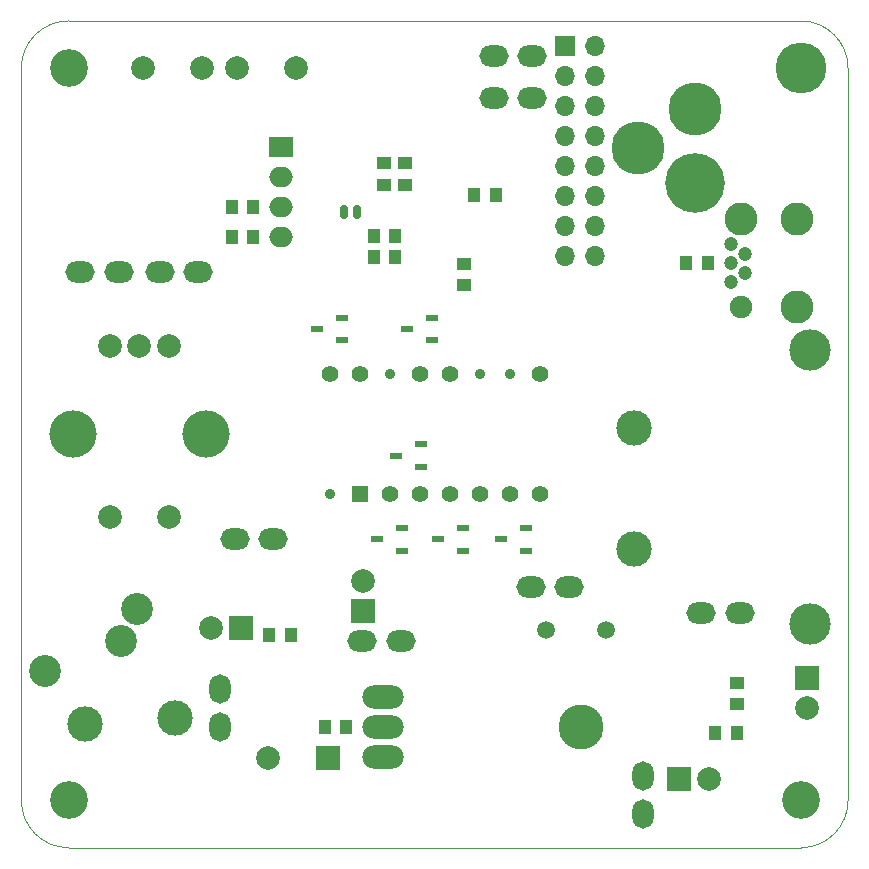
<source format=gbs>
%FSLAX46Y46*%
G04 Gerber Fmt 4.6, Leading zero omitted, Abs format (unit mm)*
G04 Created by KiCad (PCBNEW (2014-08-24 BZR 5094)-product) date Mon 25 Aug 2014 20:36:51 CEST*
%MOMM*%
G01*
G04 APERTURE LIST*
%ADD10C,0.170000*%
%ADD11C,0.100000*%
%ADD12C,2.000000*%
%ADD13C,4.300000*%
%ADD14C,3.200000*%
%ADD15O,3.500000X2.000000*%
%ADD16C,3.800000*%
%ADD17R,2.000000X2.000000*%
%ADD18C,1.501140*%
%ADD19R,2.000000X1.700000*%
%ADD20O,2.000000X1.700000*%
%ADD21C,3.000000*%
%ADD22C,3.500000*%
%ADD23C,1.195000*%
%ADD24C,1.900000*%
%ADD25C,2.800000*%
%ADD26C,5.050000*%
%ADD27C,4.500000*%
%ADD28C,2.700000*%
%ADD29C,4.000000*%
%ADD30R,1.700000X1.700000*%
%ADD31O,1.700000X1.700000*%
%ADD32C,0.900000*%
%ADD33R,1.400000X1.400000*%
%ADD34C,1.400000*%
%ADD35R,1.100000X1.300000*%
%ADD36R,1.300000X1.100000*%
%ADD37O,0.750000X1.250000*%
%ADD38R,1.000760X0.599440*%
%ADD39O,2.500000X1.800000*%
%ADD40O,1.800000X2.500000*%
G04 APERTURE END LIST*
D10*
D11*
X120000000Y-54000000D02*
G75*
G03X116000000Y-50000000I-4000000J0D01*
G74*
G01*
X116000000Y-120000000D02*
G75*
G03X120000000Y-116000000I0J4000000D01*
G74*
G01*
X50000000Y-116000000D02*
G75*
G03X54000000Y-120000000I4000000J0D01*
G74*
G01*
X54000000Y-50000000D02*
G75*
G03X50000000Y-54000000I0J-4000000D01*
G74*
G01*
X116000000Y-50000000D02*
X54000000Y-50000000D01*
X120000000Y-116000000D02*
X120000000Y-54000000D01*
X54000000Y-120000000D02*
X116000000Y-120000000D01*
X50000000Y-54000000D02*
X50000000Y-116000000D01*
D12*
X60300000Y-54000000D03*
X65300000Y-54000000D03*
D13*
X116000000Y-54000000D03*
D14*
X116000000Y-116000000D03*
X54000000Y-54000000D03*
X54000000Y-116000000D03*
D15*
X80600000Y-109800000D03*
X80600000Y-107260000D03*
X80600000Y-112340000D03*
D16*
X97364000Y-109800000D03*
D17*
X116550000Y-105655000D03*
D12*
X116550000Y-108195000D03*
D17*
X105655000Y-114225000D03*
D12*
X108195000Y-114225000D03*
D18*
X99540000Y-101600000D03*
X94460000Y-101589840D03*
D12*
X68300000Y-54000000D03*
X73300000Y-54000000D03*
D17*
X75940000Y-112400000D03*
D12*
X70860000Y-112400000D03*
D19*
X72000000Y-60690000D03*
D20*
X72000000Y-63230000D03*
X72000000Y-65770000D03*
X72000000Y-68310000D03*
D21*
X101900000Y-94750000D03*
X101900000Y-84500000D03*
D22*
X116750000Y-101100000D03*
X116750000Y-77900000D03*
D23*
X110055000Y-72100000D03*
X111255000Y-71300000D03*
X110055000Y-70500000D03*
X111255000Y-69700000D03*
X110055000Y-68900000D03*
D24*
X110955000Y-74200000D03*
D25*
X110955000Y-66800000D03*
X115705000Y-74200000D03*
X115705000Y-66800000D03*
D26*
X107000000Y-63740000D03*
D27*
X107000000Y-57490000D03*
X102200000Y-60740000D03*
D28*
X52000000Y-105000000D03*
X59800000Y-99800000D03*
X58400000Y-102500000D03*
D21*
X63000000Y-109000000D03*
X55400000Y-109500000D03*
D12*
X62500000Y-92000000D03*
X57500000Y-92000000D03*
X57500000Y-77500000D03*
X60000000Y-77500000D03*
X62500000Y-77500000D03*
D29*
X54400000Y-85000000D03*
X65600000Y-85000000D03*
D30*
X96030000Y-52110000D03*
D31*
X98570000Y-52110000D03*
X96030000Y-54650000D03*
X98570000Y-54650000D03*
X96030000Y-57190000D03*
X98570000Y-57190000D03*
X96030000Y-59730000D03*
X98570000Y-59730000D03*
X96030000Y-62270000D03*
X98570000Y-62270000D03*
X96030000Y-64810000D03*
X98570000Y-64810000D03*
X96030000Y-67350000D03*
X98570000Y-67350000D03*
X96030000Y-69890000D03*
X98570000Y-69890000D03*
D32*
X76110000Y-90080000D03*
D33*
X78650000Y-90080000D03*
D34*
X81190000Y-90080000D03*
X83730000Y-90080000D03*
X86270000Y-90080000D03*
X88810000Y-90080000D03*
X91350000Y-90080000D03*
X93890000Y-90080000D03*
X93890000Y-79920000D03*
D32*
X91350000Y-79920000D03*
X88810000Y-79920000D03*
D34*
X86270000Y-79920000D03*
X83730000Y-79920000D03*
D32*
X81190000Y-79920000D03*
D34*
X78650000Y-79920000D03*
X76110000Y-79920000D03*
D35*
X81650000Y-69950000D03*
X79850000Y-69950000D03*
X81650000Y-68200000D03*
X79850000Y-68200000D03*
X88350000Y-64700000D03*
X90150000Y-64700000D03*
X75700000Y-109800000D03*
X77500000Y-109800000D03*
D36*
X87500000Y-70600000D03*
X87500000Y-72400000D03*
X82500000Y-63850000D03*
X82500000Y-62050000D03*
D35*
X108775000Y-110275000D03*
X110575000Y-110275000D03*
D36*
X110575000Y-106075000D03*
X110575000Y-107875000D03*
X80750000Y-63850000D03*
X80750000Y-62050000D03*
D35*
X72800000Y-102000000D03*
X71000000Y-102000000D03*
D17*
X68570000Y-101400000D03*
D12*
X66030000Y-101400000D03*
D37*
X77350000Y-66200000D03*
X78450000Y-66200000D03*
D38*
X77156640Y-75147500D03*
X75043360Y-76100000D03*
X77156640Y-77052500D03*
X82256640Y-92947500D03*
X80143360Y-93900000D03*
X82256640Y-94852500D03*
X83856640Y-85847500D03*
X81743360Y-86800000D03*
X83856640Y-87752500D03*
X84756640Y-75147500D03*
X82643360Y-76100000D03*
X84756640Y-77052500D03*
X87356640Y-92947500D03*
X85243360Y-93900000D03*
X87356640Y-94852500D03*
X92756640Y-92947500D03*
X90643360Y-93900000D03*
X92756640Y-94852500D03*
D17*
X78950000Y-100000000D03*
D12*
X78950000Y-97460000D03*
D39*
X89980000Y-56500000D03*
X93220000Y-56500000D03*
X89980000Y-53000000D03*
X93220000Y-53000000D03*
X61710000Y-71230000D03*
X64950000Y-71230000D03*
X55010000Y-71230000D03*
X58250000Y-71230000D03*
X82120000Y-102500000D03*
X78880000Y-102500000D03*
X93150000Y-97910000D03*
X96390000Y-97910000D03*
X71329000Y-93900000D03*
X68089000Y-93900000D03*
D40*
X66800000Y-106580000D03*
X66800000Y-109820000D03*
X102650000Y-113905000D03*
X102650000Y-117145000D03*
D39*
X107580000Y-100100000D03*
X110820000Y-100100000D03*
D35*
X108110000Y-70500000D03*
X106310000Y-70500000D03*
X67850000Y-65770000D03*
X69650000Y-65770000D03*
X67850000Y-68310000D03*
X69650000Y-68310000D03*
M02*

</source>
